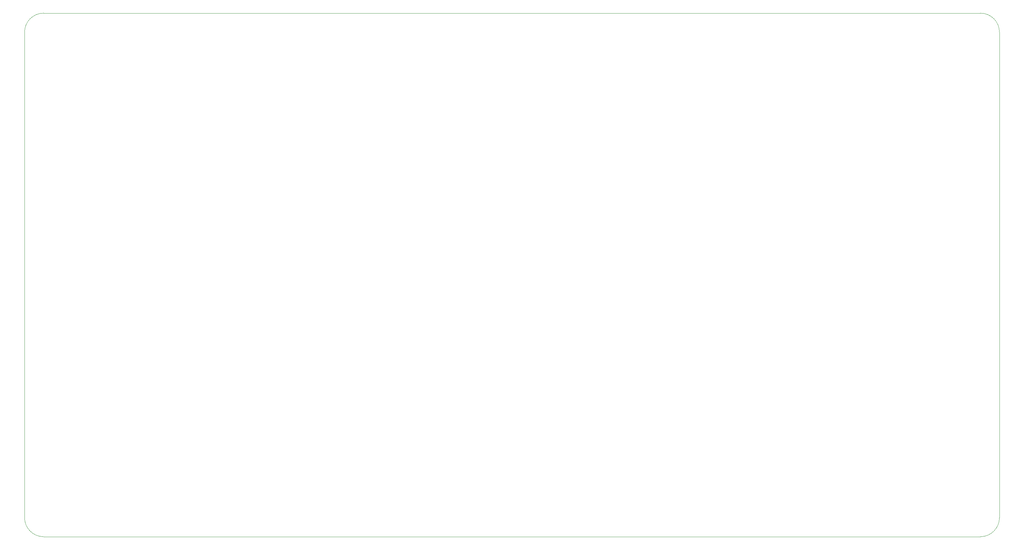
<source format=gbr>
%TF.GenerationSoftware,KiCad,Pcbnew,7.0.1*%
%TF.CreationDate,2025-06-01T15:38:47+02:00*%
%TF.ProjectId,federkontaktplatine_oben,66656465-726b-46f6-9e74-616b74706c61,rev?*%
%TF.SameCoordinates,Original*%
%TF.FileFunction,Profile,NP*%
%FSLAX46Y46*%
G04 Gerber Fmt 4.6, Leading zero omitted, Abs format (unit mm)*
G04 Created by KiCad (PCBNEW 7.0.1) date 2025-06-01 15:38:47*
%MOMM*%
%LPD*%
G01*
G04 APERTURE LIST*
%TA.AperFunction,Profile*%
%ADD10C,0.100000*%
%TD*%
G04 APERTURE END LIST*
D10*
X25000000Y-20000000D02*
G75*
G03*
X20000000Y-25000000I0J-5000000D01*
G01*
X20000000Y-25000000D02*
X20000000Y-152500000D01*
X271000000Y-157500000D02*
X25000000Y-157500000D01*
X276000000Y-152500000D02*
X276000000Y-25000000D01*
X271000000Y-157500000D02*
G75*
G03*
X276000000Y-152500000I0J5000000D01*
G01*
X25000000Y-20000000D02*
X271000000Y-20000000D01*
X276000000Y-25000000D02*
G75*
G03*
X271000000Y-20000000I-5000000J0D01*
G01*
X20000000Y-152500000D02*
G75*
G03*
X25000000Y-157500000I5000000J0D01*
G01*
M02*

</source>
